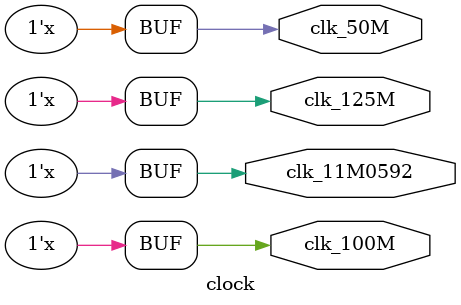
<source format=v>
`timescale 1ps / 1ps

module clock(
    output reg clk_50M,
    output reg clk_11M0592,
    output reg clk_125M,
    output reg clk_100M
);

    initial begin
        clk_50M = 0;
        clk_11M0592 = 0;
        clk_125M = 0;
        clk_100M = 0;
    end

    always #(90422/2) clk_11M0592 = ~clk_11M0592;
    always #(20000/2) clk_50M = ~clk_50M;
    always #(8000/2) clk_125M = ~clk_125M;
    always #(10000/2) clk_100M = ~clk_100M;
endmodule

</source>
